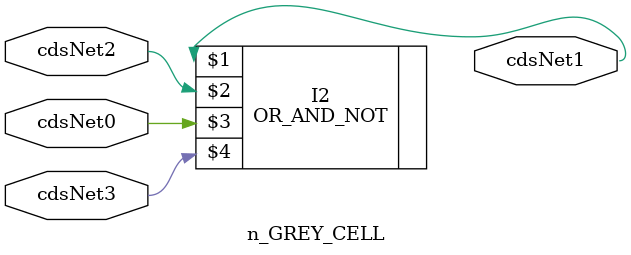
<source format=v>
`timescale 1ns / 1ns 

module n_GREY_CELL ( cdsNet1, cdsNet3, cdsNet2, cdsNet0 );
output  cdsNet1;

input  cdsNet3, cdsNet2, cdsNet0;


specify 
    specparam CDS_LIBNAME  = "ECE555";
    specparam CDS_CELLNAME = "n_GREY_CELL";
    specparam CDS_VIEWNAME = "schematic";
endspecify

OR_AND_NOT I2 ( cdsNet1, cdsNet2, cdsNet0, cdsNet3);

endmodule

</source>
